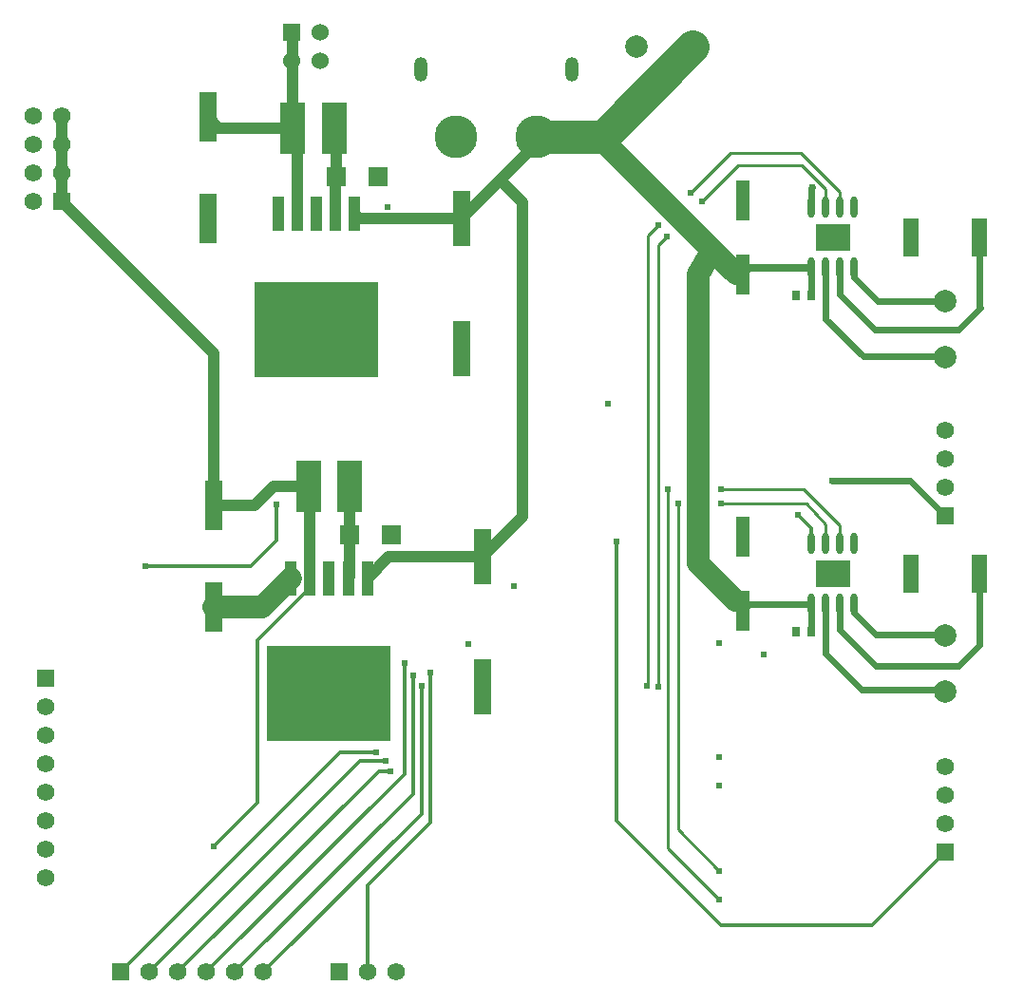
<source format=gtl>
G04 Layer: TopLayer*
G04 EasyEDA v6.5.48, 2025-01-21 22:01:40*
G04 ce5bcd5d7360488599399ea35ca3f730,208856bd7ad64deca1bfdec547b981c7,10*
G04 Gerber Generator version 0.2*
G04 Scale: 100 percent, Rotated: No, Reflected: No *
G04 Dimensions in millimeters *
G04 leading zeros omitted , absolute positions ,4 integer and 5 decimal *
%FSLAX45Y45*%
%MOMM*%

%AMMACRO1*21,1,$1,$2,0,0,$3*%
%ADD10C,0.6000*%
%ADD11C,0.6540*%
%ADD12C,0.2540*%
%ADD13C,3.0000*%
%ADD14C,2.0000*%
%ADD15C,1.0000*%
%ADD16C,0.3640*%
%ADD17R,0.8000X0.9000*%
%ADD18R,1.6000X5.0000*%
%ADD19R,1.6500X4.5000*%
%ADD20R,1.8200X1.8200*%
%ADD21MACRO1,4.62X2.224X90.0000*%
%ADD22MACRO1,3.456X1.2825X-90.0000*%
%ADD23MACRO1,3.456X1.2825X90.0000*%
%ADD24O,0.6020054X1.9409918000000002*%
%ADD25R,3.0980X2.4100*%
%ADD26MACRO1,1.26X3.61X0.0000*%
%ADD27MACRO1,1.02X3.0828X0.0000*%
%ADD28R,11.0000X8.5000*%
%ADD29O,1.1999976X2.1999956000000003*%
%ADD30C,3.8000*%
%ADD31R,1.5748X1.5748*%
%ADD32C,1.5748*%
%ADD33R,1.5240X1.5240*%
%ADD34C,1.5240*%
%ADD35C,0.6096*%
%ADD36C,0.6200*%
%ADD37C,0.0162*%

%LPD*%
D10*
X7690358Y-2471928D02*
G01*
X7690358Y-2559557D01*
X7899400Y-2768600D01*
X8500109Y-2767329D01*
X7563484Y-2472054D02*
G01*
X7563484Y-2712085D01*
X7874000Y-3022600D01*
X8623300Y-3022600D01*
X8813800Y-2832100D01*
X8806611Y-2824911D01*
X8806611Y-2199995D01*
X7436484Y-2472054D02*
G01*
X7436484Y-2927985D01*
X7772400Y-3263900D01*
X8495644Y-3263900D01*
X8499983Y-3268238D01*
D11*
X6699994Y-2529492D02*
G01*
X6757431Y-2472054D01*
X7309484Y-2472054D01*
D10*
X7309358Y-2471928D02*
G01*
X7309104Y-2717800D01*
X6699994Y-5529486D02*
G01*
X6757431Y-5472048D01*
X7309484Y-5472048D01*
X7309358Y-5472176D02*
G01*
X7309104Y-5715000D01*
X7436484Y-5472048D02*
G01*
X7436484Y-5912485D01*
X7759700Y-6235700D01*
X8485250Y-6235700D01*
X8499983Y-6250431D01*
X7563484Y-5472048D02*
G01*
X7563484Y-5696585D01*
X7886700Y-6019800D01*
X8623300Y-6019800D01*
X8806611Y-5836488D01*
X8806611Y-5199989D01*
X7690484Y-5472048D02*
G01*
X7690484Y-5544185D01*
X7886700Y-5740400D01*
X8490838Y-5740400D01*
X8499983Y-5749544D01*
D12*
X8489800Y-7416800D02*
G01*
X8499983Y-7426982D01*
D13*
X4859985Y-1299997D02*
G01*
X5450433Y-1299997D01*
X6250431Y-499998D01*
D14*
X4860036Y-1299971D02*
G01*
X5414772Y-1299971D01*
X6642100Y-2527300D01*
X6426245Y-2311400D02*
G01*
X6299200Y-2529586D01*
X6299200Y-5105400D01*
X6629400Y-5435600D01*
D12*
X6489700Y-8102600D02*
G01*
X6032500Y-7645400D01*
X6032500Y-4445000D01*
D15*
X2725674Y-1990597D02*
G01*
X2725674Y-1224026D01*
X2687320Y-1224026D01*
X1930400Y-1129522D02*
G01*
X2024786Y-1223909D01*
X2687396Y-1223909D01*
X3065525Y-1990597D02*
G01*
X3065525Y-1655826D01*
X3077972Y-1655826D01*
X3053003Y-1223909D02*
G01*
X3077908Y-1248813D01*
X3077908Y-1655709D01*
X3235604Y-1990623D02*
G01*
X3273181Y-2028200D01*
X4191000Y-2028200D01*
X4191000Y-2028200D02*
G01*
X4859985Y-1359214D01*
X4859985Y-1299997D01*
X3179902Y-5237114D02*
G01*
X3192703Y-5224312D01*
X3192703Y-4419600D01*
X2827096Y-4419600D02*
G01*
X2839897Y-4432401D01*
X2839897Y-5237114D01*
X1981200Y-4591812D02*
G01*
X2342388Y-4591812D01*
X2514600Y-4419600D01*
X2827020Y-4419600D01*
X2672994Y-372998D02*
G01*
X2687396Y-387400D01*
X2687396Y-1223909D01*
X626998Y-1118996D02*
G01*
X626998Y-1880996D01*
X626998Y-1880996D02*
G01*
X1981200Y-3235197D01*
X1981200Y-4591913D01*
X3349904Y-5237114D02*
G01*
X3540927Y-5046090D01*
X4381500Y-5046090D01*
X4381500Y-5046090D02*
G01*
X4737100Y-4690490D01*
X4737100Y-1892300D01*
X4545149Y-1700349D01*
X4518850Y-1700349D01*
D16*
X2540000Y-4584700D02*
G01*
X2540000Y-4902200D01*
X2311400Y-5130800D01*
X1371600Y-5130800D01*
X3429000Y-6794500D02*
G01*
X3111500Y-6794500D01*
X1155700Y-8750300D01*
X3556000Y-6959600D02*
G01*
X3454400Y-6959600D01*
X1663700Y-8750300D01*
X3759200Y-6108700D02*
G01*
X3759200Y-7162800D01*
X2171700Y-8750300D01*
X2425700Y-8750300D02*
G01*
X3835400Y-7340600D01*
X3835400Y-6197600D01*
X1981200Y-7632700D02*
G01*
X2374900Y-7239000D01*
X2374900Y-5791200D01*
X2839897Y-5326202D01*
X2839897Y-5237114D01*
X7188200Y-4673600D02*
G01*
X7309484Y-4794885D01*
X7309484Y-4927930D01*
X8499983Y-7680985D02*
G01*
X7849768Y-8331200D01*
X6502400Y-8331200D01*
X5575300Y-7404100D01*
X5575300Y-4914900D01*
D10*
X8499983Y-4680991D02*
G01*
X8187791Y-4368800D01*
X7493000Y-4368800D01*
X7315200Y-1752600D02*
G01*
X7309484Y-1758314D01*
X7309484Y-1927936D01*
D14*
X2669895Y-5237114D02*
G01*
X2415123Y-5491886D01*
X1981200Y-5491886D01*
D16*
X3517900Y-6870700D02*
G01*
X3289300Y-6870700D01*
X1409700Y-8750300D01*
X3683000Y-5994400D02*
G01*
X3683000Y-6985000D01*
X1917700Y-8750300D01*
D12*
X7563484Y-1927936D02*
G01*
X7563484Y-1797685D01*
X7213600Y-1447800D01*
X6591300Y-1447800D01*
X6235700Y-1803400D01*
X6337300Y-1879600D02*
G01*
X6654800Y-1562100D01*
X7226300Y-1562100D01*
X7436358Y-1772157D01*
X7436358Y-1927860D01*
X5842000Y-6197600D02*
G01*
X5854700Y-6184900D01*
X5854700Y-2184400D01*
X5943600Y-2095500D01*
X5943600Y-6210300D02*
G01*
X5943600Y-2273300D01*
X6019800Y-2197100D01*
X6489700Y-7848600D02*
G01*
X6121400Y-7480300D01*
X6121400Y-4572000D01*
X6502400Y-4572000D02*
G01*
X7264400Y-4572000D01*
X7436358Y-4755642D01*
X7436358Y-4927854D01*
X7563484Y-4927930D02*
G01*
X7563484Y-4769485D01*
X7264400Y-4470400D01*
X7239000Y-4445000D01*
X6502400Y-4445000D01*
D16*
X3911600Y-6083300D02*
G01*
X3911600Y-7416800D01*
X3352800Y-7975600D01*
X3352800Y-8750300D01*
D17*
G01*
X7309002Y-5715000D03*
G01*
X7168997Y-5715000D03*
G01*
X7309002Y-2717800D03*
G01*
X7168997Y-2717800D03*
D18*
G01*
X4381500Y-5046090D03*
G01*
X4381500Y-6206109D03*
G01*
X4191000Y-2028215D03*
G01*
X4191000Y-3188207D03*
D19*
G01*
X1981200Y-4591913D03*
G01*
X1981200Y-5491886D03*
G01*
X1930400Y-1129512D03*
G01*
X1930400Y-2029510D03*
D20*
G01*
X3564204Y-4851400D03*
G01*
X3192195Y-4851400D03*
G01*
X3449904Y-1655724D03*
G01*
X3077895Y-1655724D03*
D21*
G01*
X3192699Y-4419600D03*
G01*
X2827100Y-4419600D03*
G01*
X3052999Y-1223909D03*
G01*
X2687400Y-1223909D03*
D22*
G01*
X8193356Y-2199995D03*
G01*
X8806609Y-2199995D03*
D23*
G01*
X8806609Y-5199989D03*
G01*
X8193356Y-5199989D03*
D24*
G01*
X7690484Y-4927930D03*
G01*
X7563484Y-4927930D03*
G01*
X7436484Y-4927930D03*
G01*
X7309484Y-4927930D03*
G01*
X7690484Y-5472048D03*
G01*
X7563484Y-5472048D03*
G01*
X7436484Y-5472048D03*
G01*
X7309484Y-5472048D03*
D25*
G01*
X7499984Y-5199989D03*
D24*
G01*
X7690484Y-1927936D03*
G01*
X7563484Y-1927936D03*
G01*
X7436484Y-1927936D03*
G01*
X7309484Y-1927936D03*
G01*
X7690484Y-2472054D03*
G01*
X7563484Y-2472054D03*
G01*
X7436484Y-2472054D03*
G01*
X7309484Y-2472054D03*
D25*
G01*
X7499984Y-2199995D03*
D26*
G01*
X6699994Y-2529502D03*
G01*
X6699994Y-1870504D03*
G01*
X6699994Y-5529496D03*
G01*
X6699994Y-4870498D03*
D27*
G01*
X3349900Y-5237102D03*
G01*
X3179899Y-5237102D03*
G01*
X3009900Y-5237102D03*
G01*
X2839900Y-5237102D03*
G01*
X2669899Y-5237102D03*
D28*
G01*
X3009900Y-6269075D03*
D27*
G01*
X3235600Y-1990611D03*
G01*
X3065599Y-1990611D03*
G01*
X2895600Y-1990611D03*
G01*
X2725600Y-1990611D03*
G01*
X2555599Y-1990611D03*
D28*
G01*
X2895600Y-3022600D03*
D29*
G01*
X3824986Y-699998D03*
G01*
X5174995Y-699998D03*
D30*
G01*
X4139996Y-1299997D03*
G01*
X4859985Y-1299997D03*
D31*
G01*
X8499983Y-7680985D03*
D32*
G01*
X8499983Y-7426985D03*
G01*
X8499983Y-7172985D03*
G01*
X8499983Y-6918985D03*
D31*
G01*
X8499983Y-4680991D03*
D32*
G01*
X8499983Y-4426991D03*
G01*
X8499983Y-4172991D03*
G01*
X8499983Y-3918991D03*
D31*
G01*
X482600Y-6134100D03*
D32*
G01*
X482600Y-6388100D03*
G01*
X482600Y-6642100D03*
G01*
X482600Y-6896100D03*
G01*
X482600Y-7150100D03*
G01*
X482600Y-7404100D03*
G01*
X482600Y-7658100D03*
G01*
X482600Y-7912100D03*
G01*
X2425700Y-8750300D03*
G01*
X2171700Y-8750300D03*
G01*
X1917700Y-8750300D03*
G01*
X1663700Y-8750300D03*
G01*
X1409700Y-8750300D03*
D31*
G01*
X1155700Y-8750300D03*
D33*
G01*
X2672994Y-372998D03*
D34*
G01*
X2926994Y-372998D03*
G01*
X2672994Y-626998D03*
G01*
X2926994Y-626998D03*
D31*
G01*
X626998Y-1880996D03*
D32*
G01*
X372998Y-1880996D03*
G01*
X626998Y-1626996D03*
G01*
X372998Y-1626996D03*
G01*
X626998Y-1372996D03*
G01*
X372998Y-1372996D03*
G01*
X626998Y-1118996D03*
G01*
X372998Y-1118996D03*
G01*
X3606800Y-8750300D03*
G01*
X3352800Y-8750300D03*
D31*
G01*
X3098800Y-8750300D03*
D14*
G01*
X8499983Y-2767355D03*
G01*
X8499983Y-3268243D03*
G01*
X8499983Y-5749544D03*
G01*
X8499983Y-6250431D03*
G01*
X5749543Y-499998D03*
G01*
X6250431Y-499998D03*
D35*
G01*
X7549972Y-5249976D03*
G01*
X7449972Y-5249976D03*
G01*
X7549972Y-5149977D03*
G01*
X7449972Y-5149977D03*
G01*
X7549972Y-2249982D03*
G01*
X7449972Y-2249982D03*
G01*
X7549972Y-2149982D03*
G01*
X7449972Y-2149982D03*
D36*
G01*
X6699986Y-4870500D03*
G01*
X7690484Y-4927930D03*
G01*
X8193354Y-5199989D03*
G01*
X7168997Y-5715000D03*
G01*
X8193354Y-2199995D03*
G01*
X7690484Y-1927936D03*
G01*
X6699986Y-1870506D03*
G01*
X7168997Y-2717800D03*
G01*
X6502400Y-4572000D03*
G01*
X6502400Y-4445000D03*
G01*
X6337300Y-1879600D03*
G01*
X6235700Y-1803400D03*
G01*
X6489700Y-7086600D03*
G01*
X6489700Y-6832600D03*
G01*
X6489700Y-7848600D03*
G01*
X6489700Y-8102600D03*
G01*
X6121400Y-4572000D03*
G01*
X6032500Y-4445000D03*
G01*
X5943600Y-6210300D03*
G01*
X6019800Y-2197100D03*
G01*
X5842000Y-6197600D03*
G01*
X5943600Y-2095500D03*
G01*
X2555595Y-1990623D03*
G01*
X2895600Y-3022600D03*
G01*
X1930400Y-2029485D03*
G01*
X4191000Y-3188207D03*
G01*
X3530600Y-1930400D03*
G01*
X3449904Y-1655698D03*
G01*
X2895600Y-1990623D03*
G01*
X1981200Y-5491886D03*
G01*
X2669895Y-5237124D03*
G01*
X3009900Y-5237124D03*
G01*
X3009900Y-6269101D03*
G01*
X3564204Y-4851400D03*
G01*
X5499100Y-3683000D03*
G01*
X4381500Y-6206109D03*
G01*
X2540000Y-4584700D03*
G01*
X1371600Y-5130800D03*
G01*
X3429000Y-6794500D03*
G01*
X3517900Y-6870700D03*
G01*
X3556000Y-6959600D03*
G01*
X3683000Y-5994400D03*
G01*
X3759200Y-6108700D03*
G01*
X3835400Y-6197600D03*
G01*
X3911600Y-6083300D03*
G01*
X1981200Y-7632700D03*
G01*
X7188200Y-4673600D03*
G01*
X7315200Y-1752600D03*
G01*
X6489700Y-5816600D03*
G01*
X6883400Y-5918200D03*
G01*
X4660900Y-5308600D03*
G01*
X4254500Y-5829300D03*
G01*
X7493000Y-4368800D03*
G01*
X5575300Y-4914900D03*
M02*

</source>
